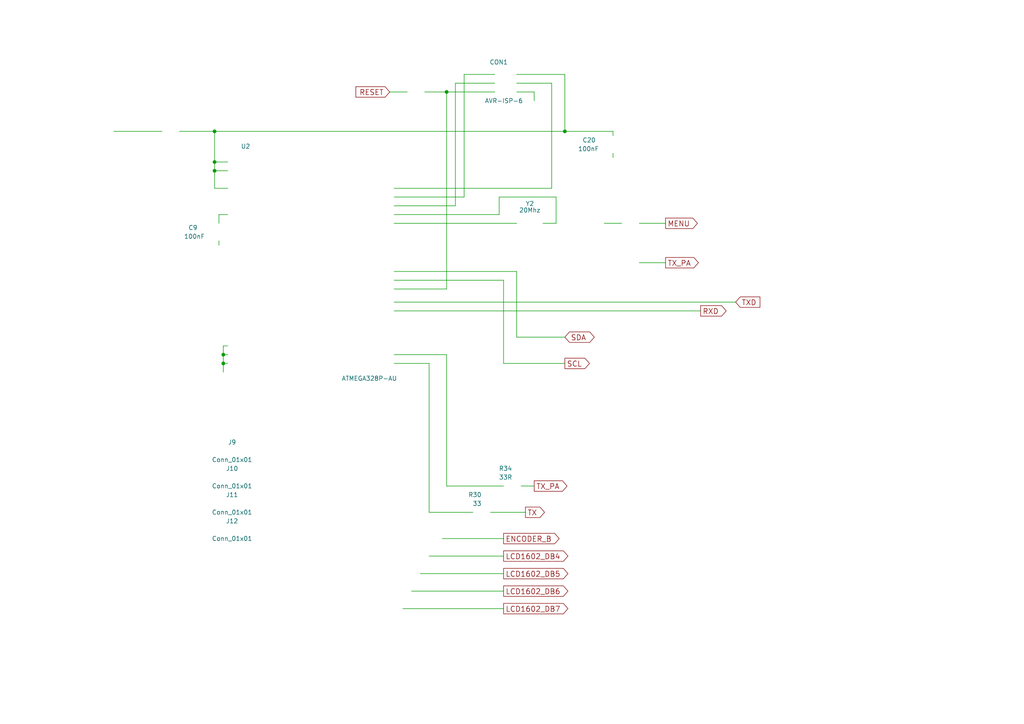
<source format=kicad_sch>
(kicad_sch
	(version 20231120)
	(generator "eeschema")
	(generator_version "8.0")
	(uuid "fcf952da-35ce-46a3-9223-60c3c3d18a3a")
	(paper "A4")
	(lib_symbols)
	(junction
		(at 62.23 49.53)
		(diameter 0)
		(color 0 0 0 0)
		(uuid "066df5e4-eb8e-4d35-a2f5-70bc4e145c07")
	)
	(junction
		(at 129.54 26.67)
		(diameter 0)
		(color 0 0 0 0)
		(uuid "09684eb0-5201-477d-be90-77956dc8b77c")
	)
	(junction
		(at 62.23 46.99)
		(diameter 0)
		(color 0 0 0 0)
		(uuid "1296ef24-a9cb-4d48-a613-1c387b25b040")
	)
	(junction
		(at 64.77 105.41)
		(diameter 0)
		(color 0 0 0 0)
		(uuid "375071d6-7ed2-4c63-9491-e9e034b9719c")
	)
	(junction
		(at 64.77 102.87)
		(diameter 0)
		(color 0 0 0 0)
		(uuid "50d67e00-5afe-4087-983c-d0ab6bebe35a")
	)
	(junction
		(at 62.23 38.1)
		(diameter 0)
		(color 0 0 0 0)
		(uuid "656eee21-a5ba-4022-9572-4060f09253e5")
	)
	(junction
		(at 163.83 38.1)
		(diameter 0)
		(color 0 0 0 0)
		(uuid "ba8464fd-59cb-4e01-8156-af54e81834b4")
	)
	(wire
		(pts
			(xy 114.3 102.87) (xy 129.54 102.87)
		)
		(stroke
			(width 0)
			(type default)
		)
		(uuid "067f8f43-a4d4-4d0f-9941-fbdf8ffaacc0")
	)
	(wire
		(pts
			(xy 63.5 64.77) (xy 63.5 62.23)
		)
		(stroke
			(width 0)
			(type default)
		)
		(uuid "0cc395c0-f660-49b6-aff3-bd0ad7ac2f41")
	)
	(wire
		(pts
			(xy 180.34 64.77) (xy 175.26 64.77)
		)
		(stroke
			(width 0)
			(type default)
		)
		(uuid "1649a1bf-a902-4974-a039-805f4e643242")
	)
	(wire
		(pts
			(xy 185.42 64.77) (xy 193.04 64.77)
		)
		(stroke
			(width 0)
			(type default)
		)
		(uuid "1650fcd3-afad-4d51-a32a-b7cb9a25f5f4")
	)
	(wire
		(pts
			(xy 132.08 59.69) (xy 114.3 59.69)
		)
		(stroke
			(width 0)
			(type default)
		)
		(uuid "18e45d94-3c27-4356-b25e-386c63a9d822")
	)
	(wire
		(pts
			(xy 64.77 100.33) (xy 64.77 102.87)
		)
		(stroke
			(width 0)
			(type default)
		)
		(uuid "1914d0b5-249a-4d80-ae72-1cb1469bc6ac")
	)
	(wire
		(pts
			(xy 123.19 26.67) (xy 129.54 26.67)
		)
		(stroke
			(width 0)
			(type default)
		)
		(uuid "1be01888-10c4-4a5a-9262-bd66f23b680e")
	)
	(wire
		(pts
			(xy 64.77 102.87) (xy 66.04 102.87)
		)
		(stroke
			(width 0)
			(type default)
		)
		(uuid "1dcc4a9d-47c3-48d1-b81b-a2516c4c7af1")
	)
	(wire
		(pts
			(xy 161.29 64.77) (xy 157.48 64.77)
		)
		(stroke
			(width 0)
			(type default)
		)
		(uuid "234dbf38-de91-4d8c-8fc7-c7f5b3278d40")
	)
	(wire
		(pts
			(xy 66.04 49.53) (xy 62.23 49.53)
		)
		(stroke
			(width 0)
			(type default)
		)
		(uuid "2a0f5b46-c29d-4389-9697-e068f0cc4ed4")
	)
	(wire
		(pts
			(xy 144.78 62.23) (xy 144.78 57.15)
		)
		(stroke
			(width 0)
			(type default)
		)
		(uuid "2a98d75c-48a5-44c3-9832-90fddec1d897")
	)
	(wire
		(pts
			(xy 149.86 26.67) (xy 154.94 26.67)
		)
		(stroke
			(width 0)
			(type default)
		)
		(uuid "2f1bd6a1-44c8-45b6-ba96-0ca19b959d8f")
	)
	(wire
		(pts
			(xy 160.02 24.13) (xy 160.02 54.61)
		)
		(stroke
			(width 0)
			(type default)
		)
		(uuid "33340a93-2a67-4a97-8b5e-fe01d4681e1c")
	)
	(wire
		(pts
			(xy 114.3 90.17) (xy 203.2 90.17)
		)
		(stroke
			(width 0)
			(type default)
		)
		(uuid "3fcd8bfe-994f-4711-a8c0-15763ad8d241")
	)
	(wire
		(pts
			(xy 132.08 24.13) (xy 132.08 59.69)
		)
		(stroke
			(width 0)
			(type default)
		)
		(uuid "409c6cb7-7ba4-43d8-afde-e80534ccb4fe")
	)
	(wire
		(pts
			(xy 132.08 24.13) (xy 143.51 24.13)
		)
		(stroke
			(width 0)
			(type default)
		)
		(uuid "417c2ce9-4603-44cc-bdb0-30aaa948aa74")
	)
	(wire
		(pts
			(xy 129.54 102.87) (xy 129.54 140.97)
		)
		(stroke
			(width 0)
			(type default)
		)
		(uuid "44788f4b-8deb-4ec1-8e84-13e8666c0709")
	)
	(wire
		(pts
			(xy 149.86 24.13) (xy 160.02 24.13)
		)
		(stroke
			(width 0)
			(type default)
		)
		(uuid "4a9afaad-5430-4400-a6f8-c474f174202e")
	)
	(wire
		(pts
			(xy 160.02 54.61) (xy 114.3 54.61)
		)
		(stroke
			(width 0)
			(type default)
		)
		(uuid "52356c79-71ca-43d2-9efd-3f0c1bb9886b")
	)
	(wire
		(pts
			(xy 63.5 71.12) (xy 63.5 69.85)
		)
		(stroke
			(width 0)
			(type default)
		)
		(uuid "535713b7-937e-479e-be93-d820432facb1")
	)
	(wire
		(pts
			(xy 129.54 140.97) (xy 146.05 140.97)
		)
		(stroke
			(width 0)
			(type default)
		)
		(uuid "53a02819-d171-41e8-892c-0998e56c7a72")
	)
	(wire
		(pts
			(xy 113.03 26.67) (xy 118.11 26.67)
		)
		(stroke
			(width 0)
			(type default)
		)
		(uuid "58143b55-39c0-4608-a88a-b49aa65b48a4")
	)
	(wire
		(pts
			(xy 154.94 26.67) (xy 154.94 29.21)
		)
		(stroke
			(width 0)
			(type default)
		)
		(uuid "5993e853-4557-41eb-9a99-f53e8bccf5b0")
	)
	(wire
		(pts
			(xy 62.23 46.99) (xy 62.23 49.53)
		)
		(stroke
			(width 0)
			(type default)
		)
		(uuid "5d58c486-a5e9-4811-90c6-d4a6f88ad882")
	)
	(wire
		(pts
			(xy 129.54 83.82) (xy 129.54 26.67)
		)
		(stroke
			(width 0)
			(type default)
		)
		(uuid "63159142-0d33-42ce-bf86-89875cae7111")
	)
	(wire
		(pts
			(xy 62.23 38.1) (xy 163.83 38.1)
		)
		(stroke
			(width 0)
			(type default)
		)
		(uuid "632ea843-9d38-4980-b957-31789c1de49d")
	)
	(wire
		(pts
			(xy 146.05 81.28) (xy 114.3 81.28)
		)
		(stroke
			(width 0)
			(type default)
		)
		(uuid "64711984-57ab-4c39-9871-d9fc6ca17836")
	)
	(wire
		(pts
			(xy 144.78 57.15) (xy 161.29 57.15)
		)
		(stroke
			(width 0)
			(type default)
		)
		(uuid "6cb7ce59-15c6-48e3-819c-a0286575ec3b")
	)
	(wire
		(pts
			(xy 114.3 64.77) (xy 149.86 64.77)
		)
		(stroke
			(width 0)
			(type default)
		)
		(uuid "7777b17f-45df-4c30-a4d1-1d022bbc0819")
	)
	(wire
		(pts
			(xy 62.23 46.99) (xy 66.04 46.99)
		)
		(stroke
			(width 0)
			(type default)
		)
		(uuid "777b2e0b-e855-44fa-8d5d-29b03fbdf983")
	)
	(wire
		(pts
			(xy 116.84 176.53) (xy 146.05 176.53)
		)
		(stroke
			(width 0)
			(type default)
		)
		(uuid "786684cb-e147-4680-8d76-87994c1b55ca")
	)
	(wire
		(pts
			(xy 114.3 87.63) (xy 213.36 87.63)
		)
		(stroke
			(width 0)
			(type default)
		)
		(uuid "7adca51f-4fea-4358-b62b-736be2180b7d")
	)
	(wire
		(pts
			(xy 62.23 54.61) (xy 66.04 54.61)
		)
		(stroke
			(width 0)
			(type default)
		)
		(uuid "7ce80387-ca4a-49cc-a1ad-86c6d8968128")
	)
	(wire
		(pts
			(xy 142.24 148.59) (xy 152.4 148.59)
		)
		(stroke
			(width 0)
			(type default)
		)
		(uuid "7e9f10d3-6def-4428-938c-ce8c3a8363a4")
	)
	(wire
		(pts
			(xy 129.54 26.67) (xy 143.51 26.67)
		)
		(stroke
			(width 0)
			(type default)
		)
		(uuid "8751c3d9-c8b2-47e8-bf04-8757c6ebd01b")
	)
	(wire
		(pts
			(xy 149.86 21.59) (xy 163.83 21.59)
		)
		(stroke
			(width 0)
			(type default)
		)
		(uuid "87f79019-2fb6-4f0a-b8e7-a652eb4c4f2c")
	)
	(wire
		(pts
			(xy 149.86 78.74) (xy 114.3 78.74)
		)
		(stroke
			(width 0)
			(type default)
		)
		(uuid "890e5e41-7549-4da5-9823-08a14439c2b5")
	)
	(wire
		(pts
			(xy 114.3 105.41) (xy 124.46 105.41)
		)
		(stroke
			(width 0)
			(type default)
		)
		(uuid "8b2bcec9-d913-458c-88a2-898437917c69")
	)
	(wire
		(pts
			(xy 64.77 105.41) (xy 66.04 105.41)
		)
		(stroke
			(width 0)
			(type default)
		)
		(uuid "8d461d1e-a1fa-4fca-b244-282e391ac97b")
	)
	(wire
		(pts
			(xy 33.02 38.1) (xy 46.99 38.1)
		)
		(stroke
			(width 0)
			(type default)
		)
		(uuid "9116c196-24c8-4214-bd89-78af63a18e34")
	)
	(wire
		(pts
			(xy 62.23 49.53) (xy 62.23 54.61)
		)
		(stroke
			(width 0)
			(type default)
		)
		(uuid "99ca8c29-808e-4be6-91de-57a90d25510b")
	)
	(wire
		(pts
			(xy 124.46 105.41) (xy 124.46 148.59)
		)
		(stroke
			(width 0)
			(type default)
		)
		(uuid "9af1b66b-6e3c-49fa-870a-b53098aae685")
	)
	(wire
		(pts
			(xy 151.13 140.97) (xy 154.94 140.97)
		)
		(stroke
			(width 0)
			(type default)
		)
		(uuid "a13f5fbe-2aaf-46e0-bb28-0cda240d42f2")
	)
	(wire
		(pts
			(xy 134.62 21.59) (xy 134.62 57.15)
		)
		(stroke
			(width 0)
			(type default)
		)
		(uuid "a1b655b1-27f3-400f-8121-2154226c3ab6")
	)
	(wire
		(pts
			(xy 163.83 21.59) (xy 163.83 38.1)
		)
		(stroke
			(width 0)
			(type default)
		)
		(uuid "a2662b1f-5f89-4c16-a3fa-33d5ced22424")
	)
	(wire
		(pts
			(xy 177.8 38.1) (xy 177.8 39.37)
		)
		(stroke
			(width 0)
			(type default)
		)
		(uuid "a2caedfc-a427-47d6-a884-9ee58ba40d9d")
	)
	(wire
		(pts
			(xy 143.51 21.59) (xy 134.62 21.59)
		)
		(stroke
			(width 0)
			(type default)
		)
		(uuid "a4b9370a-3865-48d1-a788-2505d8c2b2ee")
	)
	(wire
		(pts
			(xy 114.3 62.23) (xy 144.78 62.23)
		)
		(stroke
			(width 0)
			(type default)
		)
		(uuid "a5e32187-bf87-49a1-af2a-52037db7f924")
	)
	(wire
		(pts
			(xy 128.27 156.21) (xy 146.05 156.21)
		)
		(stroke
			(width 0)
			(type default)
		)
		(uuid "a60ac2be-40df-4a6e-b7e8-9473772f4691")
	)
	(wire
		(pts
			(xy 64.77 105.41) (xy 64.77 107.95)
		)
		(stroke
			(width 0)
			(type default)
		)
		(uuid "a80dabda-86aa-4a71-bc79-03122869a1ad")
	)
	(wire
		(pts
			(xy 149.86 97.79) (xy 163.83 97.79)
		)
		(stroke
			(width 0)
			(type default)
		)
		(uuid "aaa678aa-6edf-43de-a309-a72e9b9d4e32")
	)
	(wire
		(pts
			(xy 124.46 148.59) (xy 137.16 148.59)
		)
		(stroke
			(width 0)
			(type default)
		)
		(uuid "b284a534-6245-4e80-afe1-0929f70d83cd")
	)
	(wire
		(pts
			(xy 64.77 102.87) (xy 64.77 105.41)
		)
		(stroke
			(width 0)
			(type default)
		)
		(uuid "bf13d716-2f3c-4bfd-a1e7-95600b3136f3")
	)
	(wire
		(pts
			(xy 63.5 62.23) (xy 66.04 62.23)
		)
		(stroke
			(width 0)
			(type default)
		)
		(uuid "c45a9353-d9e9-40fb-9c4e-f30312a94096")
	)
	(wire
		(pts
			(xy 62.23 38.1) (xy 62.23 46.99)
		)
		(stroke
			(width 0)
			(type default)
		)
		(uuid "c624b911-4345-46b3-844e-5fd93858afbd")
	)
	(wire
		(pts
			(xy 185.42 76.2) (xy 193.04 76.2)
		)
		(stroke
			(width 0)
			(type default)
		)
		(uuid "d1bc9bad-dd35-4157-a998-c01b68d9be9a")
	)
	(wire
		(pts
			(xy 52.07 38.1) (xy 62.23 38.1)
		)
		(stroke
			(width 0)
			(type default)
		)
		(uuid "d1f5bc0e-d0d5-4589-b468-6c3b468852a8")
	)
	(wire
		(pts
			(xy 121.92 166.37) (xy 146.05 166.37)
		)
		(stroke
			(width 0)
			(type default)
		)
		(uuid "e10ab577-82a3-4ac7-899f-c0aba25df4bd")
	)
	(wire
		(pts
			(xy 163.83 38.1) (xy 177.8 38.1)
		)
		(stroke
			(width 0)
			(type default)
		)
		(uuid "e1eb6487-7cfe-4a02-9dc3-b716d1eba525")
	)
	(wire
		(pts
			(xy 114.3 83.82) (xy 129.54 83.82)
		)
		(stroke
			(width 0)
			(type default)
		)
		(uuid "e62b09ef-d711-4214-8fe2-499db1103e95")
	)
	(wire
		(pts
			(xy 146.05 105.41) (xy 163.83 105.41)
		)
		(stroke
			(width 0)
			(type default)
		)
		(uuid "e649e9d2-d67e-47c2-839e-5cb82c39e7ef")
	)
	(wire
		(pts
			(xy 149.86 97.79) (xy 149.86 78.74)
		)
		(stroke
			(width 0)
			(type default)
		)
		(uuid "e831a877-7cc0-443b-944f-700ec2cf2f14")
	)
	(wire
		(pts
			(xy 119.38 171.45) (xy 146.05 171.45)
		)
		(stroke
			(width 0)
			(type default)
		)
		(uuid "ed1adfec-efb6-40ac-a111-3ab4f6f2216f")
	)
	(wire
		(pts
			(xy 146.05 105.41) (xy 146.05 81.28)
		)
		(stroke
			(width 0)
			(type default)
		)
		(uuid "f1cfeadd-e0ab-4936-b308-f4ccc118154d")
	)
	(wire
		(pts
			(xy 134.62 57.15) (xy 114.3 57.15)
		)
		(stroke
			(width 0)
			(type default)
		)
		(uuid "f1db52bd-a0d2-4602-b22b-5d8a03e40c03")
	)
	(wire
		(pts
			(xy 64.77 100.33) (xy 66.04 100.33)
		)
		(stroke
			(width 0)
			(type default)
		)
		(uuid "f6624da8-f817-4fbf-b026-092561678b1a")
	)
	(wire
		(pts
			(xy 177.8 45.72) (xy 177.8 44.45)
		)
		(stroke
			(width 0)
			(type default)
		)
		(uuid "f8a0c678-cf3a-4f90-ab77-a6b4428c25c8")
	)
	(wire
		(pts
			(xy 124.46 161.29) (xy 146.05 161.29)
		)
		(stroke
			(width 0)
			(type default)
		)
		(uuid "fb895bf7-1437-4021-b398-201ba15e8481")
	)
	(wire
		(pts
			(xy 161.29 57.15) (xy 161.29 64.77)
		)
		(stroke
			(width 0)
			(type default)
		)
		(uuid "fd46929a-2732-4f24-8631-31a50f22241c")
	)
	(global_label "SDA"
		(shape bidirectional)
		(at 163.83 97.79 0)
		(effects
			(font
				(size 1.524 1.524)
			)
			(justify left)
		)
		(uuid "0496c591-485a-4a08-90e3-0d36184faf1f")
		(property "Intersheetrefs" "${INTERSHEET_REFS}"
			(at 163.83 97.79 0)
			(effects
				(font
					(size 1.27 1.27)
				)
				(hide yes)
			)
		)
	)
	(global_label "TX"
		(shape output)
		(at 152.4 148.59 0)
		(effects
			(font
				(size 1.524 1.524)
			)
			(justify left)
		)
		(uuid "28ec39ef-37e3-4082-9ba9-dff3391e7b33")
		(property "Intersheetrefs" "${INTERSHEET_REFS}"
			(at 152.4 148.59 0)
			(effects
				(font
					(size 1.27 1.27)
				)
				(hide yes)
			)
		)
	)
	(global_label "LCD1602_DB6"
		(shape output)
		(at 146.05 171.45 0)
		(effects
			(font
				(size 1.524 1.524)
			)
			(justify left)
		)
		(uuid "2d84edf1-e8d9-413f-89db-b2cd6d1f2b9e")
		(property "Intersheetrefs" "${INTERSHEET_REFS}"
			(at 146.05 171.45 0)
			(effects
				(font
					(size 1.27 1.27)
				)
				(hide yes)
			)
		)
	)
	(global_label "LCD1602_DB7"
		(shape output)
		(at 146.05 176.53 0)
		(effects
			(font
				(size 1.524 1.524)
			)
			(justify left)
		)
		(uuid "474a5b5a-2978-4c93-b443-1ac1b3401fa3")
		(property "Intersheetrefs" "${INTERSHEET_REFS}"
			(at 146.05 176.53 0)
			(effects
				(font
					(size 1.27 1.27)
				)
				(hide yes)
			)
		)
	)
	(global_label "SCL"
		(shape output)
		(at 163.83 105.41 0)
		(effects
			(font
				(size 1.524 1.524)
			)
			(justify left)
		)
		(uuid "6b64ead9-0163-4f7c-82e0-889f29cf1676")
		(property "Intersheetrefs" "${INTERSHEET_REFS}"
			(at 163.83 105.41 0)
			(effects
				(font
					(size 1.27 1.27)
				)
				(hide yes)
			)
		)
	)
	(global_label "MENU"
		(shape output)
		(at 193.04 64.77 0)
		(effects
			(font
				(size 1.524 1.524)
			)
			(justify left)
		)
		(uuid "709714d6-9102-47fa-b8a0-2e448d15fe54")
		(property "Intersheetrefs" "${INTERSHEET_REFS}"
			(at 193.04 64.77 0)
			(effects
				(font
					(size 1.27 1.27)
				)
				(hide yes)
			)
		)
	)
	(global_label "TX_PA"
		(shape output)
		(at 154.94 140.97 0)
		(effects
			(font
				(size 1.524 1.524)
			)
			(justify left)
		)
		(uuid "894647ae-0348-42ee-8655-12bde36c1847")
		(property "Intersheetrefs" "${INTERSHEET_REFS}"
			(at 154.94 140.97 0)
			(effects
				(font
					(size 1.27 1.27)
				)
				(hide yes)
			)
		)
	)
	(global_label "TX_PA"
		(shape output)
		(at 193.04 76.2 0)
		(effects
			(font
				(size 1.524 1.524)
			)
			(justify left)
		)
		(uuid "ac4be00c-5727-484a-99f8-487ad145a1c4")
		(property "Intersheetrefs" "${INTERSHEET_REFS}"
			(at 193.04 76.2 0)
			(effects
				(font
					(size 1.27 1.27)
				)
				(hide yes)
			)
		)
	)
	(global_label "RXD"
		(shape output)
		(at 203.2 90.17 0)
		(effects
			(font
				(size 1.524 1.524)
			)
			(justify left)
		)
		(uuid "b08f0cb2-9256-4aa3-81f4-f4619c7c8117")
		(property "Intersheetrefs" "${INTERSHEET_REFS}"
			(at 203.2 90.17 0)
			(effects
				(font
					(size 1.27 1.27)
				)
				(hide yes)
			)
		)
	)
	(global_label "LCD1602_DB5"
		(shape output)
		(at 146.05 166.37 0)
		(effects
			(font
				(size 1.524 1.524)
			)
			(justify left)
		)
		(uuid "da86e846-0f19-47ad-83e7-32ffcda5a306")
		(property "Intersheetrefs" "${INTERSHEET_REFS}"
			(at 146.05 166.37 0)
			(effects
				(font
					(size 1.27 1.27)
				)
				(hide yes)
			)
		)
	)
	(global_label "TXD"
		(shape input)
		(at 213.36 87.63 0)
		(effects
			(font
				(size 1.524 1.524)
			)
			(justify left)
		)
		(uuid "e2c764e7-27e0-49a7-8da3-ba0fb9a0d955")
		(property "Intersheetrefs" "${INTERSHEET_REFS}"
			(at 213.36 87.63 0)
			(effects
				(font
					(size 1.27 1.27)
				)
				(hide yes)
			)
		)
	)
	(global_label "ENCODER_B"
		(shape output)
		(at 146.05 156.21 0)
		(effects
			(font
				(size 1.524 1.524)
			)
			(justify left)
		)
		(uuid "f295e322-e49f-446e-8e08-ecae3a2a825c")
		(property "Intersheetrefs" "${INTERSHEET_REFS}"
			(at 146.05 156.21 0)
			(effects
				(font
					(size 1.27 1.27)
				)
				(hide yes)
			)
		)
	)
	(global_label "LCD1602_DB4"
		(shape output)
		(at 146.05 161.29 0)
		(effects
			(font
				(size 1.524 1.524)
			)
			(justify left)
		)
		(uuid "f46f2410-a06e-4959-a2a4-b7b42d4b4b5c")
		(property "Intersheetrefs" "${INTERSHEET_REFS}"
			(at 146.05 161.29 0)
			(effects
				(font
					(size 1.27 1.27)
				)
				(hide yes)
			)
		)
	)
	(global_label "RESET"
		(shape input)
		(at 113.03 26.67 180)
		(effects
			(font
				(size 1.524 1.524)
			)
			(justify right)
		)
		(uuid "f72a51d7-76ca-4877-acfa-4bec511c1831")
		(property "Intersheetrefs" "${INTERSHEET_REFS}"
			(at 113.03 26.67 0)
			(effects
				(font
					(size 1.27 1.27)
				)
				(hide yes)
			)
		)
	)
	(symbol
		(lib_id "ATMEGA328P-AU")
		(at 88.9 74.93 0)
		(unit 1)
		(exclude_from_sim no)
		(in_bom yes)
		(on_board yes)
		(dnp no)
		(uuid "00000000-0000-0000-0000-00006161185b")
		(property "Reference" "U2"
			(at 69.85 43.18 0)
			(effects
				(font
					(size 1.27 1.27)
				)
				(justify left bottom)
			)
		)
		(property "Value" "ATMEGA328P-AU"
			(at 99.06 110.49 0)
			(effects
				(font
					(size 1.27 1.27)
				)
				(justify left bottom)
			)
		)
		(property "Footprint" "Housings_QFP:TQFP-32_7x7mm_Pitch0.8mm"
			(at 88.9 74.93 0)
			(effects
				(font
					(size 1.27 1.27)
					(italic yes)
				)
				(hide yes)
			)
		)
		(property "Datasheet" ""
			(at 88.9 74.93 0)
			(effects
				(font
					(size 1.27 1.27)
				)
				(hide yes)
			)
		)
		(property "Description" ""
			(at 88.9 74.93 0)
			(effects
				(font
					(size 1.27 1.27)
				)
				(hide yes)
			)
		)
		(property "JLCPCB" "C14877"
			(at 88.9 74.93 0)
			(effects
				(font
					(size 1.524 1.524)
				)
				(hide yes)
			)
		)
		(instances
			(project "pure"
				(path "/74d736cc-15c3-4dc5-ae3c-dc08a689d728/00000000-0000-0000-0000-000061611850"
					(reference "U2")
					(unit 1)
				)
			)
		)
	)
	(symbol
		(lib_id "GND")
		(at 64.77 107.95 0)
		(unit 1)
		(exclude_from_sim no)
		(in_bom yes)
		(on_board yes)
		(dnp no)
		(uuid "00000000-0000-0000-0000-000061611b56")
		(property "Reference" "#PWR058"
			(at 64.77 114.3 0)
			(effects
				(font
					(size 1.27 1.27)
				)
				(hide yes)
			)
		)
		(property "Value" "GND"
			(at 64.77 111.76 0)
			(effects
				(font
					(size 1.27 1.27)
				)
				(hide yes)
			)
		)
		(property "Footprint" ""
			(at 64.77 107.95 0)
			(effects
				(font
					(size 1.27 1.27)
				)
				(hide yes)
			)
		)
		(property "Datasheet" ""
			(at 64.77 107.95 0)
			(effects
				(font
					(size 1.27 1.27)
				)
				(hide yes)
			)
		)
		(property "Description" ""
			(at 64.77 107.95 0)
			(effects
				(font
					(size 1.27 1.27)
				)
				(hide yes)
			)
		)
		(instances
			(project "pure"
				(path "/74d736cc-15c3-4dc5-ae3c-dc08a689d728/00000000-0000-0000-0000-000061611850"
					(reference "#PWR058")
					(unit 1)
				)
			)
		)
	)
	(symbol
		(lib_id "L_Small")
		(at 49.53 38.1 90)
		(unit 1)
		(exclude_from_sim no)
		(in_bom yes)
		(on_board yes)
		(dnp no)
		(uuid "00000000-0000-0000-0000-000061611c31")
		(property "Reference" "L11"
			(at 49.53 33.02 90)
			(effects
				(font
					(size 1.27 1.27)
				)
				(justify left)
			)
		)
		(property "Value" "100uH"
			(at 53.34 35.56 90)
			(effects
				(font
					(size 1.27 1.27)
				)
				(justify left)
			)
		)
		(property "Footprint" "Resistors_THT:R_Axial_DIN0204_L3.6mm_D1.6mm_P7.62mm_Horizontal"
			(at 49.53 38.1 0)
			(effects
				(font
					(size 1.27 1.27)
				)
				(hide yes)
			)
		)
		(property "Datasheet" ""
			(at 49.53 38.1 0)
			(effects
				(font
					(size 1.27 1.27)
				)
				(hide yes)
			)
		)
		(property "Description" ""
			(at 49.53 38.1 0)
			(effects
				(font
					(size 1.27 1.27)
				)
				(hide yes)
			)
		)
		(instances
			(project "pure"
				(path "/74d736cc-15c3-4dc5-ae3c-dc08a689d728/00000000-0000-0000-0000-000061611850"
					(reference "L11")
					(unit 1)
				)
			)
		)
	)
	(symbol
		(lib_id "C_Small")
		(at 63.5 67.31 0)
		(unit 1)
		(exclude_from_sim no)
		(in_bom yes)
		(on_board yes)
		(dnp no)
		(uuid "00000000-0000-0000-0000-000061611dff")
		(property "Reference" "C9"
			(at 54.61 66.04 0)
			(effects
				(font
					(size 1.27 1.27)
				)
				(justify left)
			)
		)
		(property "Value" "100nF"
			(at 53.34 68.58 0)
			(effects
				(font
					(size 1.27 1.27)
				)
				(justify left)
			)
		)
		(property "Footprint" "Capacitors_SMD:C_0603_HandSoldering"
			(at 63.5 67.31 0)
			(effects
				(font
					(size 1.27 1.27)
				)
				(hide yes)
			)
		)
		(property "Datasheet" ""
			(at 63.5 67.31 0)
			(effects
				(font
					(size 1.27 1.27)
				)
				(hide yes)
			)
		)
		(property "Description" ""
			(at 63.5 67.31 0)
			(effects
				(font
					(size 1.27 1.27)
				)
				(hide yes)
			)
		)
		(property "JLCPCB" "C14663"
			(at 63.5 67.31 0)
			(effects
				(font
					(size 1.524 1.524)
				)
				(hide yes)
			)
		)
		(instances
			(project "pure"
				(path "/74d736cc-15c3-4dc5-ae3c-dc08a689d728/00000000-0000-0000-0000-000061611850"
					(reference "C9")
					(unit 1)
				)
			)
		)
	)
	(symbol
		(lib_id "GND")
		(at 63.5 71.12 0)
		(unit 1)
		(exclude_from_sim no)
		(in_bom yes)
		(on_board yes)
		(dnp no)
		(uuid "00000000-0000-0000-0000-000061611f3d")
		(property "Reference" "#PWR059"
			(at 63.5 77.47 0)
			(effects
				(font
					(size 1.27 1.27)
				)
				(hide yes)
			)
		)
		(property "Value" "GND"
			(at 63.5 74.93 0)
			(effects
				(font
					(size 1.27 1.27)
				)
				(hide yes)
			)
		)
		(property "Footprint" ""
			(at 63.5 71.12 0)
			(effects
				(font
					(size 1.27 1.27)
				)
				(hide yes)
			)
		)
		(property "Datasheet" ""
			(at 63.5 71.12 0)
			(effects
				(font
					(size 1.27 1.27)
				)
				(hide yes)
			)
		)
		(property "Description" ""
			(at 63.5 71.12 0)
			(effects
				(font
					(size 1.27 1.27)
				)
				(hide yes)
			)
		)
		(instances
			(project "pure"
				(path "/74d736cc-15c3-4dc5-ae3c-dc08a689d728/00000000-0000-0000-0000-000061611850"
					(reference "#PWR059")
					(unit 1)
				)
			)
		)
	)
	(symbol
		(lib_id "GND")
		(at 153.67 69.85 0)
		(unit 1)
		(exclude_from_sim no)
		(in_bom yes)
		(on_board yes)
		(dnp no)
		(uuid "00000000-0000-0000-0000-000061612299")
		(property "Reference" "#PWR060"
			(at 153.67 76.2 0)
			(effects
				(font
					(size 1.27 1.27)
				)
				(hide yes)
			)
		)
		(property "Value" "GND"
			(at 153.67 73.66 0)
			(effects
				(font
					(size 1.27 1.27)
				)
				(hide yes)
			)
		)
		(property "Footprint" ""
			(at 153.67 69.85 0)
			(effects
				(font
					(size 1.27 1.27)
				)
				(hide yes)
			)
		)
		(property "Datasheet" ""
			(at 153.67 69.85 0)
			(effects
				(font
					(size 1.27 1.27)
				)
				(hide yes)
			)
		)
		(property "Description" ""
			(at 153.67 69.85 0)
			(effects
				(font
					(size 1.27 1.27)
				)
				(hide yes)
			)
		)
		(instances
			(project "pure"
				(path "/74d736cc-15c3-4dc5-ae3c-dc08a689d728/00000000-0000-0000-0000-000061611850"
					(reference "#PWR060")
					(unit 1)
				)
			)
		)
	)
	(symbol
		(lib_id "AVR-ISP-6")
		(at 147.32 24.13 0)
		(unit 1)
		(exclude_from_sim no)
		(in_bom yes)
		(on_board yes)
		(dnp no)
		(uuid "00000000-0000-0000-0000-0000616124b9")
		(property "Reference" "CON1"
			(at 144.653 18.034 0)
			(effects
				(font
					(size 1.27 1.27)
				)
			)
		)
		(property "Value" "AVR-ISP-6"
			(at 140.589 29.972 0)
			(effects
				(font
					(size 1.27 1.27)
				)
				(justify left bottom)
			)
		)
		(property "Footprint" "Pin_Headers:Pin_Header_Straight_2x03_Pitch2.54mm"
			(at 134.112 23.114 90)
			(effects
				(font
					(size 1.27 1.27)
				)
				(hide yes)
			)
		)
		(property "Datasheet" ""
			(at 146.685 24.13 0)
			(effects
				(font
					(size 1.27 1.27)
				)
				(hide yes)
			)
		)
		(property "Description" ""
			(at 147.32 24.13 0)
			(effects
				(font
					(size 1.27 1.27)
				)
				(hide yes)
			)
		)
		(instances
			(project "pure"
				(path "/74d736cc-15c3-4dc5-ae3c-dc08a689d728/00000000-0000-0000-0000-000061611850"
					(reference "CON1")
					(unit 1)
				)
			)
		)
	)
	(symbol
		(lib_id "GND")
		(at 154.94 29.21 0)
		(unit 1)
		(exclude_from_sim no)
		(in_bom yes)
		(on_board yes)
		(dnp no)
		(uuid "00000000-0000-0000-0000-000061612890")
		(property "Reference" "#PWR061"
			(at 154.94 35.56 0)
			(effects
				(font
					(size 1.27 1.27)
				)
				(hide yes)
			)
		)
		(property "Value" "GND"
			(at 154.94 33.02 0)
			(effects
				(font
					(size 1.27 1.27)
				)
				(hide yes)
			)
		)
		(property "Footprint" ""
			(at 154.94 29.21 0)
			(effects
				(font
					(size 1.27 1.27)
				)
				(hide yes)
			)
		)
		(property "Datasheet" ""
			(at 154.94 29.21 0)
			(effects
				(font
					(size 1.27 1.27)
				)
				(hide yes)
			)
		)
		(property "Description" ""
			(at 154.94 29.21 0)
			(effects
				(font
					(size 1.27 1.27)
				)
				(hide yes)
			)
		)
		(instances
			(project "pure"
				(path "/74d736cc-15c3-4dc5-ae3c-dc08a689d728/00000000-0000-0000-0000-000061611850"
					(reference "#PWR061")
					(unit 1)
				)
			)
		)
	)
	(symbol
		(lib_id "GND")
		(at 62.23 130.81 270)
		(unit 1)
		(exclude_from_sim no)
		(in_bom yes)
		(on_board yes)
		(dnp no)
		(uuid "00000000-0000-0000-0000-000061656615")
		(property "Reference" "#PWR062"
			(at 55.88 130.81 0)
			(effects
				(font
					(size 1.27 1.27)
				)
				(hide yes)
			)
		)
		(property "Value" "GND"
			(at 58.42 130.81 0)
			(effects
				(font
					(size 1.27 1.27)
				)
				(hide yes)
			)
		)
		(property "Footprint" ""
			(at 62.23 130.81 0)
			(effects
				(font
					(size 1.27 1.27)
				)
				(hide yes)
			)
		)
		(property "Datasheet" ""
			(at 62.23 130.81 0)
			(effects
				(font
					(size 1.27 1.27)
				)
				(hide yes)
			)
		)
		(property "Description" ""
			(at 62.23 130.81 0)
			(effects
				(font
					(size 1.27 1.27)
				)
				(hide yes)
			)
		)
		(instances
			(project "pure"
				(path "/74d736cc-15c3-4dc5-ae3c-dc08a689d728/00000000-0000-0000-0000-000061611850"
					(reference "#PWR062")
					(unit 1)
				)
			)
		)
	)
	(symbol
		(lib_id "Conn_01x01")
		(at 67.31 130.81 0)
		(unit 1)
		(exclude_from_sim no)
		(in_bom yes)
		(on_board yes)
		(dnp no)
		(uuid "00000000-0000-0000-0000-000061656648")
		(property "Reference" "J9"
			(at 67.31 128.27 0)
			(effects
				(font
					(size 1.27 1.27)
				)
			)
		)
		(property "Value" "Conn_01x01"
			(at 67.31 133.35 0)
			(effects
				(font
					(size 1.27 1.27)
				)
			)
		)
		(property "Footprint" "Mounting_Holes:MountingHole_3.2mm_M3_DIN965_Pad"
			(at 67.31 130.81 0)
			(effects
				(font
					(size 1.27 1.27)
				)
				(hide yes)
			)
		)
		(property "Datasheet" ""
			(at 67.31 130.81 0)
			(effects
				(font
					(size 1.27 1.27)
				)
				(hide yes)
			)
		)
		(property "Description" ""
			(at 67.31 130.81 0)
			(effects
				(font
					(size 1.27 1.27)
				)
				(hide yes)
			)
		)
		(instances
			(project "pure"
				(path "/74d736cc-15c3-4dc5-ae3c-dc08a689d728/00000000-0000-0000-0000-000061611850"
					(reference "J9")
					(unit 1)
				)
			)
		)
	)
	(symbol
		(lib_id "GND")
		(at 62.23 138.43 270)
		(unit 1)
		(exclude_from_sim no)
		(in_bom yes)
		(on_board yes)
		(dnp no)
		(uuid "00000000-0000-0000-0000-00006165670e")
		(property "Reference" "#PWR063"
			(at 55.88 138.43 0)
			(effects
				(font
					(size 1.27 1.27)
				)
				(hide yes)
			)
		)
		(property "Value" "GND"
			(at 58.42 138.43 0)
			(effects
				(font
					(size 1.27 1.27)
				)
				(hide yes)
			)
		)
		(property "Footprint" ""
			(at 62.23 138.43 0)
			(effects
				(font
					(size 1.27 1.27)
				)
				(hide yes)
			)
		)
		(property "Datasheet" ""
			(at 62.23 138.43 0)
			(effects
				(font
					(size 1.27 1.27)
				)
				(hide yes)
			)
		)
		(property "Description" ""
			(at 62.23 138.43 0)
			(effects
				(font
					(size 1.27 1.27)
				)
				(hide yes)
			)
		)
		(instances
			(project "pure"
				(path "/74d736cc-15c3-4dc5-ae3c-dc08a689d728/00000000-0000-0000-0000-000061611850"
					(reference "#PWR063")
					(unit 1)
				)
			)
		)
	)
	(symbol
		(lib_id "Conn_01x01")
		(at 67.31 138.43 0)
		(unit 1)
		(exclude_from_sim no)
		(in_bom yes)
		(on_board yes)
		(dnp no)
		(uuid "00000000-0000-0000-0000-000061656714")
		(property "Reference" "J10"
			(at 67.31 135.89 0)
			(effects
				(font
					(size 1.27 1.27)
				)
			)
		)
		(property "Value" "Conn_01x01"
			(at 67.31 140.97 0)
			(effects
				(font
					(size 1.27 1.27)
				)
			)
		)
		(property "Footprint" "Mounting_Holes:MountingHole_3.2mm_M3_DIN965_Pad"
			(at 67.31 138.43 0)
			(effects
				(font
					(size 1.27 1.27)
				)
				(hide yes)
			)
		)
		(property "Datasheet" ""
			(at 67.31 138.43 0)
			(effects
				(font
					(size 1.27 1.27)
				)
				(hide yes)
			)
		)
		(property "Description" ""
			(at 67.31 138.43 0)
			(effects
				(font
					(size 1.27 1.27)
				)
				(hide yes)
			)
		)
		(instances
			(project "pure"
				(path "/74d736cc-15c3-4dc5-ae3c-dc08a689d728/00000000-0000-0000-0000-000061611850"
					(reference "J10")
					(unit 1)
				)
			)
		)
	)
	(symbol
		(lib_id "GND")
		(at 62.23 146.05 270)
		(unit 1)
		(exclude_from_sim no)
		(in_bom yes)
		(on_board yes)
		(dnp no)
		(uuid "00000000-0000-0000-0000-0000616567ae")
		(property "Reference" "#PWR064"
			(at 55.88 146.05 0)
			(effects
				(font
					(size 1.27 1.27)
				)
				(hide yes)
			)
		)
		(property "Value" "GND"
			(at 58.42 146.05 0)
			(effects
				(font
					(size 1.27 1.27)
				)
				(hide yes)
			)
		)
		(property "Footprint" ""
			(at 62.23 146.05 0)
			(effects
				(font
					(size 1.27 1.27)
				)
				(hide yes)
			)
		)
		(property "Datasheet" ""
			(at 62.23 146.05 0)
			(effects
				(font
					(size 1.27 1.27)
				)
				(hide yes)
			)
		)
		(property "Description" ""
			(at 62.23 146.05 0)
			(effects
				(font
					(size 1.27 1.27)
				)
				(hide yes)
			)
		)
		(instances
			(project "pure"
				(path "/74d736cc-15c3-4dc5-ae3c-dc08a689d728/00000000-0000-0000-0000-000061611850"
					(reference "#PWR064")
					(unit 1)
				)
			)
		)
	)
	(symbol
		(lib_id "Conn_01x01")
		(at 67.31 146.05 0)
		(unit 1)
		(exclude_from_sim no)
		(in_bom yes)
		(on_board yes)
		(dnp no)
		(uuid "00000000-0000-0000-0000-0000616567b4")
		(property "Reference" "J11"
			(at 67.31 143.51 0)
			(effects
				(font
					(size 1.27 1.27)
				)
			)
		)
		(property "Value" "Conn_01x01"
			(at 67.31 148.59 0)
			(effects
				(font
					(size 1.27 1.27)
				)
			)
		)
		(property "Footprint" "Mounting_Holes:MountingHole_3.2mm_M3_DIN965_Pad"
			(at 67.31 146.05 0)
			(effects
				(font
					(size 1.27 1.27)
				)
				(hide yes)
			)
		)
		(property "Datasheet" ""
			(at 67.31 146.05 0)
			(effects
				(font
					(size 1.27 1.27)
				)
				(hide yes)
			)
		)
		(property "Description" ""
			(at 67.31 146.05 0)
			(effects
				(font
					(size 1.27 1.27)
				)
				(hide yes)
			)
		)
		(instances
			(project "pure"
				(path "/74d736cc-15c3-4dc5-ae3c-dc08a689d728/00000000-0000-0000-0000-000061611850"
					(reference "J11")
					(unit 1)
				)
			)
		)
	)
	(symbol
		(lib_id "GND")
		(at 62.23 153.67 270)
		(unit 1)
		(exclude_from_sim no)
		(in_bom yes)
		(on_board yes)
		(dnp no)
		(uuid "00000000-0000-0000-0000-0000616567ba")
		(property "Reference" "#PWR065"
			(at 55.88 153.67 0)
			(effects
				(font
					(size 1.27 1.27)
				)
				(hide yes)
			)
		)
		(property "Value" "GND"
			(at 58.42 153.67 0)
			(effects
				(font
					(size 1.27 1.27)
				)
				(hide yes)
			)
		)
		(property "Footprint" ""
			(at 62.23 153.67 0)
			(effects
				(font
					(size 1.27 1.27)
				)
				(hide yes)
			)
		)
		(property "Datasheet" ""
			(at 62.23 153.67 0)
			(effects
				(font
					(size 1.27 1.27)
				)
				(hide yes)
			)
		)
		(property "Description" ""
			(at 62.23 153.67 0)
			(effects
				(font
					(size 1.27 1.27)
				)
				(hide yes)
			)
		)
		(instances
			(project "pure"
				(path "/74d736cc-15c3-4dc5-ae3c-dc08a689d728/00000000-0000-0000-0000-000061611850"
					(reference "#PWR065")
					(unit 1)
				)
			)
		)
	)
	(symbol
		(lib_id "Conn_01x01")
		(at 67.31 153.67 0)
		(unit 1)
		(exclude_from_sim no)
		(in_bom yes)
		(on_board yes)
		(dnp no)
		(uuid "00000000-0000-0000-0000-0000616567c0")
		(property "Reference" "J12"
			(at 67.31 151.13 0)
			(effects
				(font
					(size 1.27 1.27)
				)
			)
		)
		(property "Value" "Conn_01x01"
			(at 67.31 156.21 0)
			(effects
				(font
					(size 1.27 1.27)
				)
			)
		)
		(property "Footprint" "Mounting_Holes:MountingHole_3.2mm_M3_DIN965_Pad"
			(at 67.31 153.67 0)
			(effects
				(font
					(size 1.27 1.27)
				)
				(hide yes)
			)
		)
		(property "Datasheet" ""
			(at 67.31 153.67 0)
			(effects
				(font
					(size 1.27 1.27)
				)
				(hide yes)
			)
		)
		(property "Description" ""
			(at 67.31 153.67 0)
			(effects
				(font
					(size 1.27 1.27)
				)
				(hide yes)
			)
		)
		(instances
			(project "pure"
				(path "/74d736cc-15c3-4dc5-ae3c-dc08a689d728/00000000-0000-0000-0000-000061611850"
					(reference "J12")
					(unit 1)
				)
			)
		)
	)
	(symbol
		(lib_id "C_Small")
		(at 177.8 41.91 0)
		(unit 1)
		(exclude_from_sim no)
		(in_bom yes)
		(on_board yes)
		(dnp no)
		(uuid "00000000-0000-0000-0000-0000616af31f")
		(property "Reference" "C20"
			(at 168.91 40.64 0)
			(effects
				(font
					(size 1.27 1.27)
				)
				(justify left)
			)
		)
		(property "Value" "100nF"
			(at 167.64 43.18 0)
			(effects
				(font
					(size 1.27 1.27)
				)
				(justify left)
			)
		)
		(property "Footprint" "Capacitors_SMD:C_0603_HandSoldering"
			(at 177.8 41.91 0)
			(effects
				(font
					(size 1.27 1.27)
				)
				(hide yes)
			)
		)
		(property "Datasheet" ""
			(at 177.8 41.91 0)
			(effects
				(font
					(size 1.27 1.27)
				)
				(hide yes)
			)
		)
		(property "Description" ""
			(at 177.8 41.91 0)
			(effects
				(font
					(size 1.27 1.27)
				)
				(hide yes)
			)
		)
		(property "JLCPCB" "C14663"
			(at 177.8 41.91 0)
			(effects
				(font
					(size 1.524 1.524)
				)
				(hide yes)
			)
		)
		(instances
			(project "pure"
				(path "/74d736cc-15c3-4dc5-ae3c-dc08a689d728/00000000-0000-0000-0000-000061611850"
					(reference "C20")
					(unit 1)
				)
			)
		)
	)
	(symbol
		(lib_id "GND")
		(at 177.8 45.72 0)
		(unit 1)
		(exclude_from_sim no)
		(in_bom yes)
		(on_board yes)
		(dnp no)
		(uuid "00000000-0000-0000-0000-0000616af4a3")
		(property "Reference" "#PWR066"
			(at 177.8 52.07 0)
			(effects
				(font
					(size 1.27 1.27)
				)
				(hide yes)
			)
		)
		(property "Value" "GND"
			(at 177.8 49.53 0)
			(effects
				(font
					(size 1.27 1.27)
				)
				(hide yes)
			)
		)
		(property "Footprint" ""
			(at 177.8 45.72 0)
			(effects
				(font
					(size 1.27 1.27)
				)
				(hide yes)
			)
		)
		(property "Datasheet" ""
			(at 177.8 45.72 0)
			(effects
				(font
					(size 1.27 1.27)
				)
				(hide yes)
			)
		)
		(property "Description" ""
			(at 177.8 45.72 0)
			(effects
				(font
					(size 1.27 1.27)
				)
				(hide yes)
			)
		)
		(instances
			(project "pure"
				(path "/74d736cc-15c3-4dc5-ae3c-dc08a689d728/00000000-0000-0000-0000-000061611850"
					(reference "#PWR066")
					(unit 1)
				)
			)
		)
	)
	(symbol
		(lib_id "C_Small")
		(at 120.65 26.67 270)
		(unit 1)
		(exclude_from_sim no)
		(in_bom yes)
		(on_board yes)
		(dnp no)
		(uuid "00000000-0000-0000-0000-0000629d5e49")
		(property "Reference" "C64"
			(at 119.38 20.32 90)
			(effects
				(font
					(size 1.27 1.27)
				)
				(justify left)
			)
		)
		(property "Value" "100nF"
			(at 119.38 22.86 90)
			(effects
				(font
					(size 1.27 1.27)
				)
				(justify left)
			)
		)
		(property "Footprint" "Capacitors_SMD:C_0603_HandSoldering"
			(at 120.65 26.67 0)
			(effects
				(font
					(size 1.27 1.27)
				)
				(hide yes)
			)
		)
		(property "Datasheet" ""
			(at 120.65 26.67 0)
			(effects
				(font
					(size 1.27 1.27)
				)
				(hide yes)
			)
		)
		(property "Description" ""
			(at 120.65 26.67 0)
			(effects
				(font
					(size 1.27 1.27)
				)
				(hide yes)
			)
		)
		(property "JLCPCB" "C14663"
			(at 120.65 26.67 90)
			(effects
				(font
					(size 1.524 1.524)
				)
				(hide yes)
			)
		)
		(instances
			(project "pure"
				(path "/74d736cc-15c3-4dc5-ae3c-dc08a689d728/00000000-0000-0000-0000-000061611850"
					(reference "C64")
					(unit 1)
				)
			)
		)
	)
	(symbol
		(lib_id "+5V")
		(at 33.02 38.1 90)
		(unit 1)
		(exclude_from_sim no)
		(in_bom yes)
		(on_board yes)
		(dnp no)
		(uuid "00000000-0000-0000-0000-0000629d866f")
		(property "Reference" "#PWR067"
			(at 36.83 38.1 0)
			(effects
				(font
					(size 1.27 1.27)
				)
				(hide yes)
			)
		)
		(property "Value" "+5V"
			(at 27.94 38.1 90)
			(effects
				(font
					(size 1.27 1.27)
				)
			)
		)
		(property "Footprint" ""
			(at 33.02 38.1 0)
			(effects
				(font
					(size 1.27 1.27)
				)
				(hide yes)
			)
		)
		(property "Datasheet" ""
			(at 33.02 38.1 0)
			(effects
				(font
					(size 1.27 1.27)
				)
				(hide yes)
			)
		)
		(property "Description" ""
			(at 33.02 38.1 0)
			(effects
				(font
					(size 1.27 1.27)
				)
				(hide yes)
			)
		)
		(instances
			(project "pure"
				(path "/74d736cc-15c3-4dc5-ae3c-dc08a689d728/00000000-0000-0000-0000-000061611850"
					(reference "#PWR067")
					(unit 1)
				)
			)
		)
	)
	(symbol
		(lib_id "R_Small")
		(at 182.88 76.2 90)
		(unit 1)
		(exclude_from_sim no)
		(in_bom yes)
		(on_board yes)
		(dnp no)
		(uuid "00000000-0000-0000-0000-0000629eec48")
		(property "Reference" "R38"
			(at 182.88 71.12 90)
			(effects
				(font
					(size 1.27 1.27)
				)
				(justify left)
			)
		)
		(property "Value" "1k"
			(at 182.88 73.66 90)
			(effects
				(font
					(size 1.27 1.27)
				)
				(justify left)
			)
		)
		(property "Footprint" ""
			(at 182.88 76.2 0)
			(effects
				(font
					(size 1.27 1.27)
				)
				(hide yes)
			)
		)
		(property "Datasheet" ""
			(at 182.88 76.2 0)
			(effects
				(font
					(size 1.27 1.27)
				)
				(hide yes)
			)
		)
		(property "Description" ""
			(at 182.88 76.2 0)
			(effects
				(font
					(size 1.27 1.27)
				)
				(hide yes)
			)
		)
		(instances
			(project "pure"
				(path "/74d736cc-15c3-4dc5-ae3c-dc08a689d728/00000000-0000-0000-0000-000061611850"
					(reference "R38")
					(unit 1)
				)
			)
		)
	)
	(symbol
		(lib_id "R_Small")
		(at 182.88 64.77 90)
		(unit 1)
		(exclude_from_sim no)
		(in_bom yes)
		(on_board yes)
		(dnp no)
		(uuid "00000000-0000-0000-0000-0000629f27ad")
		(property "Reference" "R37"
			(at 182.88 59.69 90)
			(effects
				(font
					(size 1.27 1.27)
				)
				(justify left)
			)
		)
		(property "Value" "1k"
			(at 182.88 62.23 90)
			(effects
				(font
					(size 1.27 1.27)
				)
				(justify left)
			)
		)
		(property "Footprint" ""
			(at 182.88 64.77 0)
			(effects
				(font
					(size 1.27 1.27)
				)
				(hide yes)
			)
		)
		(property "Datasheet" ""
			(at 182.88 64.77 0)
			(effects
				(font
					(size 1.27 1.27)
				)
				(hide yes)
			)
		)
		(property "Description" ""
			(at 182.88 64.77 0)
			(effects
				(font
					(size 1.27 1.27)
				)
				(hide yes)
			)
		)
		(instances
			(project "pure"
				(path "/74d736cc-15c3-4dc5-ae3c-dc08a689d728/00000000-0000-0000-0000-000061611850"
					(reference "R37")
					(unit 1)
				)
			)
		)
	)
	(symbol
		(lib_id "R_Small")
		(at 148.59 140.97 90)
		(unit 1)
		(exclude_from_sim no)
		(in_bom yes)
		(on_board yes)
		(dnp no)
		(uuid "00000000-0000-0000-0000-000064661765")
		(property "Reference" "R34"
			(at 148.59 135.89 90)
			(effects
				(font
					(size 1.27 1.27)
				)
				(justify left)
			)
		)
		(property "Value" "33R"
			(at 148.59 138.43 90)
			(effects
				(font
					(size 1.27 1.27)
				)
				(justify left)
			)
		)
		(property "Footprint" ""
			(at 148.59 140.97 0)
			(effects
				(font
					(size 1.27 1.27)
				)
				(hide yes)
			)
		)
		(property "Datasheet" ""
			(at 148.59 140.97 0)
			(effects
				(font
					(size 1.27 1.27)
				)
				(hide yes)
			)
		)
		(property "Description" ""
			(at 148.59 140.97 0)
			(effects
				(font
					(size 1.27 1.27)
				)
				(hide yes)
			)
		)
		(instances
			(project "pure"
				(path "/74d736cc-15c3-4dc5-ae3c-dc08a689d728/00000000-0000-0000-0000-000061611850"
					(reference "R34")
					(unit 1)
				)
			)
		)
	)
	(symbol
		(lib_id "R_Small")
		(at 139.7 148.59 90)
		(unit 1)
		(exclude_from_sim no)
		(in_bom yes)
		(on_board yes)
		(dnp no)
		(uuid "00000000-0000-0000-0000-00006466196f")
		(property "Reference" "R30"
			(at 139.7 143.51 90)
			(effects
				(font
					(size 1.27 1.27)
				)
				(justify left)
			)
		)
		(property "Value" "33"
			(at 139.7 146.05 90)
			(effects
				(font
					(size 1.27 1.27)
				)
				(justify left)
			)
		)
		(property "Footprint" ""
			(at 139.7 148.59 0)
			(effects
				(font
					(size 1.27 1.27)
				)
				(hide yes)
			)
		)
		(property "Datasheet" ""
			(at 139.7 148.59 0)
			(effects
				(font
					(size 1.27 1.27)
				)
				(hide yes)
			)
		)
		(property "Description" ""
			(at 139.7 148.59 0)
			(effects
				(font
					(size 1.27 1.27)
				)
				(hide yes)
			)
		)
		(instances
			(project "pure"
				(path "/74d736cc-15c3-4dc5-ae3c-dc08a689d728/00000000-0000-0000-0000-000061611850"
					(reference "R30")
					(unit 1)
				)
			)
		)
	)
	(symbol
		(lib_id "Crystal_GND3")
		(at 153.67 64.77 0)
		(unit 1)
		(exclude_from_sim no)
		(in_bom yes)
		(on_board yes)
		(dnp no)
		(uuid "00000000-0000-0000-0000-0000646a90f3")
		(property "Reference" "Y2"
			(at 153.67 59.055 0)
			(effects
				(font
					(size 1.27 1.27)
				)
			)
		)
		(property "Value" "20Mhz"
			(at 153.67 60.96 0)
			(effects
				(font
					(size 1.27 1.27)
				)
			)
		)
		(property "Footprint" ""
			(at 153.67 64.77 0)
			(effects
				(font
					(size 1.27 1.27)
				)
				(hide yes)
			)
		)
		(property "Datasheet" ""
			(at 153.67 64.77 0)
			(effects
				(font
					(size 1.27 1.27)
				)
				(hide yes)
			)
		)
		(property "Description" ""
			(at 153.67 64.77 0)
			(effects
				(font
					(size 1.27 1.27)
				)
				(hide yes)
			)
		)
		(instances
			(project "pure"
				(path "/74d736cc-15c3-4dc5-ae3c-dc08a689d728/00000000-0000-0000-0000-000061611850"
					(reference "Y2")
					(unit 1)
				)
			)
		)
	)
)
</source>
